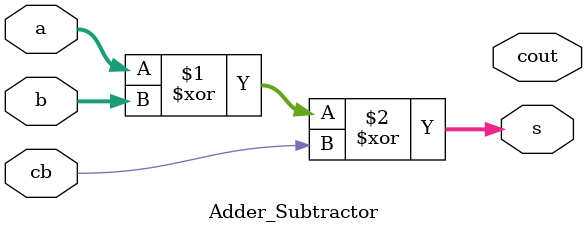
<source format=v>
module Adder_Subtractor (a, b, s, cout, cb);
	input [7:0] a ,b;
	input cb;
	
	output [7:0] s;
	output cout;
	
	assign s = a ^ b ^ cb;
	assign co = (a&b) | (a&cb) | (b&cb);
	
endmodule
</source>
